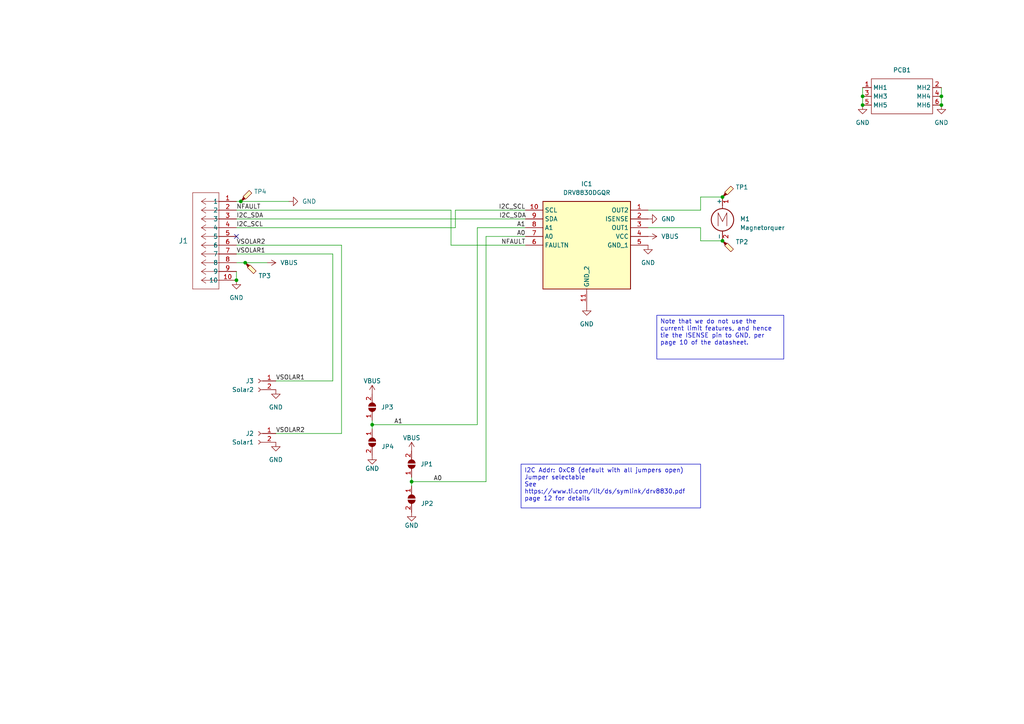
<source format=kicad_sch>
(kicad_sch (version 20230121) (generator eeschema)
  (paper "A4")
  (lib_symbols
    (symbol "Connector:Conn_01x02_Socket" (pin_names (offset 1.016) hide)
      (property "Reference" "J" (at 0 2.54 0))
      (property "Value" "Conn_01x02_Socket" (at 0 -5.08 0))
      (symbol "Conn_01x02_Socket_1_1"
        (arc (start 0 -2.032) (mid -0.5058 -2.54) (end 0 -3.048) (stroke (width 0.1524)))
        (polyline (pts (xy -1.27 -2.54) (xy -0.508 -2.54)) (stroke (width 0.1524)))
        (polyline (pts (xy -1.27 0) (xy -0.508 0)) (stroke (width 0.1524)))
        (arc (start 0 0.508) (mid -0.5058 0) (end 0 -0.508) (stroke (width 0.1524)))
        (pin passive line (at -5.08 0 0) (length 3.81) (name "Pin_1") (number "1"))
        (pin passive line (at -5.08 -2.54 0) (length 3.81) (name "Pin_2") (number "2"))
      )
    )
    (symbol "Connector:TestPoint_Probe" (pin_numbers hide) (pin_names (offset 0.762) hide)
      (property "Reference" "TP" (at 1.651 5.842 0))
      (property "Value" "TestPoint_Probe" (at 1.651 4.064 0))
      (symbol "TestPoint_Probe_0_1"
        (polyline (pts (xy 1.27 0.762) (xy 0 0) (xy 0.762 1.27) (xy 1.27 0.762)) (fill (type outline)))
        (polyline (pts (xy 1.397 0.635) (xy 0.635 1.397) (xy 2.413 3.175) (xy 3.175 2.413) (xy 1.397 0.635)) (fill (type background)))
      )
      (symbol "TestPoint_Probe_1_1"
        (pin passive line (at 0 0 90) (length 0) (name "1") (number "1"))
      )
    )
    (symbol "Jumper:SolderJumper_2_Open" (pin_names (offset 0) hide)
      (property "Reference" "JP" (at 0 2.032 0))
      (property "Value" "SolderJumper_2_Open" (at 0 -2.54 0))
      (symbol "SolderJumper_2_Open_0_1"
        (arc (start -0.254 1.016) (mid -1.2656 0) (end -0.254 -1.016))
        (arc (start -0.254 1.016) (mid -1.2656 0) (end -0.254 -1.016) (fill (type outline)))
        (polyline (pts (xy -0.254 1.016) (xy -0.254 -1.016)))
        (polyline (pts (xy 0.254 1.016) (xy 0.254 -1.016)))
        (arc (start 0.254 -1.016) (mid 1.2656 0) (end 0.254 1.016))
        (arc (start 0.254 -1.016) (mid 1.2656 0) (end 0.254 1.016) (fill (type outline)))
      )
      (symbol "SolderJumper_2_Open_1_1"
        (pin passive line (at -3.81 0 0) (length 2.54) (name "A") (number "1"))
        (pin passive line (at 3.81 0 180) (length 2.54) (name "B") (number "2"))
      )
    )
    (symbol "Motor:Motor_DC" (pin_names (offset 0))
      (property "Reference" "M" (at 2.54 2.54 0))
      (property "Value" "Motor_DC" (at 2.54 -5.08 0))
      (symbol "Motor_DC_0_0"
        (polyline (pts (xy -1.27 -3.302) (xy -1.27 0.508) (xy 0 -2.032) (xy 1.27 0.508) (xy 1.27 -3.302)))
      )
      (symbol "Motor_DC_0_1"
        (circle (center 0 -1.524) (radius 3.2512) (stroke (width 0.254)))
        (polyline (pts (xy 0 -7.62) (xy 0 -7.112)))
        (polyline (pts (xy 0 -4.7752) (xy 0 -5.1816)))
        (polyline (pts (xy 0 1.7272) (xy 0 2.0828)))
        (polyline (pts (xy 0 2.032) (xy 0 2.54)))
      )
      (symbol "Motor_DC_1_1"
        (pin passive line (at 0 5.08 270) (length 2.54) (name "+") (number "1"))
        (pin passive line (at 0 -7.62 90) (length 2.54) (name "-") (number "2"))
      )
    )
    (symbol "TVSC:DRV8830DGQR"
      (property "Reference" "IC" (at 31.75 7.62 0))
      (property "Value" "DRV8830DGQR" (at 31.75 5.08 0))
      (symbol "DRV8830DGQR_1_1"
        (rectangle (start 5.08 2.54) (end 30.48 -22.86) (stroke (width 0.254)) (fill (type background)))
        (pin passive line (at 0 0 0) (length 5.08) (name "OUT2") (number "1"))
        (pin passive line (at 35.56 0 180) (length 5.08) (name "SCL") (number "10"))
        (pin passive line (at 17.78 -27.94 90) (length 5.08) (name "GND_2") (number "11"))
        (pin passive line (at 0 -2.54 0) (length 5.08) (name "ISENSE") (number "2"))
        (pin passive line (at 0 -5.08 0) (length 5.08) (name "OUT1") (number "3"))
        (pin passive line (at 0 -7.62 0) (length 5.08) (name "VCC") (number "4"))
        (pin passive line (at 0 -10.16 0) (length 5.08) (name "GND_1") (number "5"))
        (pin passive line (at 35.56 -10.16 180) (length 5.08) (name "FAULTN") (number "6"))
        (pin passive line (at 35.56 -7.62 180) (length 5.08) (name "A0") (number "7"))
        (pin passive line (at 35.56 -5.08 180) (length 5.08) (name "A1") (number "8"))
        (pin passive line (at 35.56 -2.54 180) (length 5.08) (name "SDA") (number "9"))
      )
    )
    (symbol "TVSC:Interior_Side_Panel_PCB" (in_bom no)
      (property "Reference" "PCB" (at 0 0 0))
      (symbol "Interior_Side_Panel_PCB_0_1"
        (rectangle (start -8.89 5.08) (end 8.89 -5.08))
      )
      (symbol "Interior_Side_Panel_PCB_1_1"
        (pin power_in line (at -11.43 2.54 0) (length 2.54) (name "MH1") (number "1"))
        (pin power_in line (at 11.43 2.54 180) (length 2.54) (name "MH2") (number "2"))
        (pin power_in line (at -11.43 0 0) (length 2.54) (name "MH3") (number "3"))
        (pin power_in line (at 11.43 0 180) (length 2.54) (name "MH4") (number "4"))
        (pin power_in line (at -11.43 -2.54 0) (length 2.54) (name "MH5") (number "5"))
        (pin power_in line (at 11.43 -2.54 180) (length 2.54) (name "MH6") (number "6"))
      )
    )
    (symbol "TVSC:Molex_504050-0891" (pin_names (offset 0.254))
      (property "Reference" "J" (at 8.89 6.35 0))
      (symbol "Molex_504050-0891_1_1"
        (polyline (pts (xy 5.08 -25.4) (xy 12.7 -25.4)) (stroke (width 0.127)))
        (polyline (pts (xy 5.08 2.54) (xy 5.08 -25.4)) (stroke (width 0.127)))
        (polyline (pts (xy 10.16 -22.86) (xy 5.08 -22.86)) (stroke (width 0.127)))
        (polyline (pts (xy 10.16 -22.86) (xy 8.89 -23.7067)) (stroke (width 0.127)))
        (polyline (pts (xy 10.16 -22.86) (xy 8.89 -22.0133)) (stroke (width 0.127)))
        (polyline (pts (xy 10.16 -20.32) (xy 5.08 -20.32)) (stroke (width 0.127)))
        (polyline (pts (xy 10.16 -20.32) (xy 8.89 -21.1667)) (stroke (width 0.127)))
        (polyline (pts (xy 10.16 -20.32) (xy 8.89 -19.4733)) (stroke (width 0.127)))
        (polyline (pts (xy 10.16 -17.78) (xy 5.08 -17.78)) (stroke (width 0.127)))
        (polyline (pts (xy 10.16 -17.78) (xy 8.89 -18.6267)) (stroke (width 0.127)))
        (polyline (pts (xy 10.16 -17.78) (xy 8.89 -16.9333)) (stroke (width 0.127)))
        (polyline (pts (xy 10.16 -15.24) (xy 5.08 -15.24)) (stroke (width 0.127)))
        (polyline (pts (xy 10.16 -15.24) (xy 8.89 -16.0867)) (stroke (width 0.127)))
        (polyline (pts (xy 10.16 -15.24) (xy 8.89 -14.3933)) (stroke (width 0.127)))
        (polyline (pts (xy 10.16 -12.7) (xy 5.08 -12.7)) (stroke (width 0.127)))
        (polyline (pts (xy 10.16 -12.7) (xy 8.89 -13.5467)) (stroke (width 0.127)))
        (polyline (pts (xy 10.16 -12.7) (xy 8.89 -11.8533)) (stroke (width 0.127)))
        (polyline (pts (xy 10.16 -10.16) (xy 5.08 -10.16)) (stroke (width 0.127)))
        (polyline (pts (xy 10.16 -10.16) (xy 8.89 -11.0067)) (stroke (width 0.127)))
        (polyline (pts (xy 10.16 -10.16) (xy 8.89 -9.3133)) (stroke (width 0.127)))
        (polyline (pts (xy 10.16 -7.62) (xy 5.08 -7.62)) (stroke (width 0.127)))
        (polyline (pts (xy 10.16 -7.62) (xy 8.89 -8.4667)) (stroke (width 0.127)))
        (polyline (pts (xy 10.16 -7.62) (xy 8.89 -6.7733)) (stroke (width 0.127)))
        (polyline (pts (xy 10.16 -5.08) (xy 5.08 -5.08)) (stroke (width 0.127)))
        (polyline (pts (xy 10.16 -5.08) (xy 8.89 -5.9267)) (stroke (width 0.127)))
        (polyline (pts (xy 10.16 -5.08) (xy 8.89 -4.2333)) (stroke (width 0.127)))
        (polyline (pts (xy 10.16 -2.54) (xy 5.08 -2.54)) (stroke (width 0.127)))
        (polyline (pts (xy 10.16 -2.54) (xy 8.89 -3.3867)) (stroke (width 0.127)))
        (polyline (pts (xy 10.16 -2.54) (xy 8.89 -1.6933)) (stroke (width 0.127)))
        (polyline (pts (xy 10.16 0) (xy 5.08 0)) (stroke (width 0.127)))
        (polyline (pts (xy 10.16 0) (xy 8.89 -0.8467)) (stroke (width 0.127)))
        (polyline (pts (xy 10.16 0) (xy 8.89 0.8467)) (stroke (width 0.127)))
        (polyline (pts (xy 12.7 -25.4) (xy 12.7 2.54)) (stroke (width 0.127)))
        (polyline (pts (xy 12.7 2.54) (xy 5.08 2.54)) (stroke (width 0.127)))
        (pin unspecified line (at 0 0 0) (length 5.08) (name "1") (number "1"))
        (pin unspecified line (at 0 -22.86 0) (length 5.08) (name "10") (number "10"))
        (pin unspecified line (at 0 -2.54 0) (length 5.08) (name "2") (number "2"))
        (pin unspecified line (at 0 -5.08 0) (length 5.08) (name "3") (number "3"))
        (pin unspecified line (at 0 -7.62 0) (length 5.08) (name "4") (number "4"))
        (pin unspecified line (at 0 -10.16 0) (length 5.08) (name "5") (number "5"))
        (pin unspecified line (at 0 -12.7 0) (length 5.08) (name "6") (number "6"))
        (pin unspecified line (at 0 -15.24 0) (length 5.08) (name "7") (number "7"))
        (pin unspecified line (at 0 -17.78 0) (length 5.08) (name "8") (number "8"))
        (pin unspecified line (at 0 -20.32 0) (length 5.08) (name "9") (number "9"))
      )
      (symbol "Molex_504050-0891_1_2"
        (polyline (pts (xy 5.08 -25.4) (xy 12.7 -25.4)) (stroke (width 0.127)))
        (polyline (pts (xy 5.08 2.54) (xy 5.08 -25.4)) (stroke (width 0.127)))
        (polyline (pts (xy 7.62 -22.86) (xy 5.08 -22.86)) (stroke (width 0.127)))
        (polyline (pts (xy 7.62 -22.86) (xy 8.89 -23.7067)) (stroke (width 0.127)))
        (polyline (pts (xy 7.62 -22.86) (xy 8.89 -22.0133)) (stroke (width 0.127)))
        (polyline (pts (xy 7.62 -20.32) (xy 5.08 -20.32)) (stroke (width 0.127)))
        (polyline (pts (xy 7.62 -20.32) (xy 8.89 -21.1667)) (stroke (width 0.127)))
        (polyline (pts (xy 7.62 -20.32) (xy 8.89 -19.4733)) (stroke (width 0.127)))
        (polyline (pts (xy 7.62 -17.78) (xy 5.08 -17.78)) (stroke (width 0.127)))
        (polyline (pts (xy 7.62 -17.78) (xy 8.89 -18.6267)) (stroke (width 0.127)))
        (polyline (pts (xy 7.62 -17.78) (xy 8.89 -16.9333)) (stroke (width 0.127)))
        (polyline (pts (xy 7.62 -15.24) (xy 5.08 -15.24)) (stroke (width 0.127)))
        (polyline (pts (xy 7.62 -15.24) (xy 8.89 -16.0867)) (stroke (width 0.127)))
        (polyline (pts (xy 7.62 -15.24) (xy 8.89 -14.3933)) (stroke (width 0.127)))
        (polyline (pts (xy 7.62 -12.7) (xy 5.08 -12.7)) (stroke (width 0.127)))
        (polyline (pts (xy 7.62 -12.7) (xy 8.89 -13.5467)) (stroke (width 0.127)))
        (polyline (pts (xy 7.62 -12.7) (xy 8.89 -11.8533)) (stroke (width 0.127)))
        (polyline (pts (xy 7.62 -10.16) (xy 5.08 -10.16)) (stroke (width 0.127)))
        (polyline (pts (xy 7.62 -10.16) (xy 8.89 -11.0067)) (stroke (width 0.127)))
        (polyline (pts (xy 7.62 -10.16) (xy 8.89 -9.3133)) (stroke (width 0.127)))
        (polyline (pts (xy 7.62 -7.62) (xy 5.08 -7.62)) (stroke (width 0.127)))
        (polyline (pts (xy 7.62 -7.62) (xy 8.89 -8.4667)) (stroke (width 0.127)))
        (polyline (pts (xy 7.62 -7.62) (xy 8.89 -6.7733)) (stroke (width 0.127)))
        (polyline (pts (xy 7.62 -5.08) (xy 5.08 -5.08)) (stroke (width 0.127)))
        (polyline (pts (xy 7.62 -5.08) (xy 8.89 -5.9267)) (stroke (width 0.127)))
        (polyline (pts (xy 7.62 -5.08) (xy 8.89 -4.2333)) (stroke (width 0.127)))
        (polyline (pts (xy 7.62 -2.54) (xy 5.08 -2.54)) (stroke (width 0.127)))
        (polyline (pts (xy 7.62 -2.54) (xy 8.89 -3.3867)) (stroke (width 0.127)))
        (polyline (pts (xy 7.62 -2.54) (xy 8.89 -1.6933)) (stroke (width 0.127)))
        (polyline (pts (xy 7.62 0) (xy 5.08 0)) (stroke (width 0.127)))
        (polyline (pts (xy 7.62 0) (xy 8.89 -0.8467)) (stroke (width 0.127)))
        (polyline (pts (xy 7.62 0) (xy 8.89 0.8467)) (stroke (width 0.127)))
        (polyline (pts (xy 12.7 -25.4) (xy 12.7 2.54)) (stroke (width 0.127)))
        (polyline (pts (xy 12.7 2.54) (xy 5.08 2.54)) (stroke (width 0.127)))
        (pin unspecified line (at 0 0 0) (length 5.08) (name "1") (number "1"))
        (pin unspecified line (at 0 -22.86 0) (length 5.08) (name "10") (number "10"))
        (pin unspecified line (at 0 -2.54 0) (length 5.08) (name "2") (number "2"))
        (pin unspecified line (at 0 -5.08 0) (length 5.08) (name "3") (number "3"))
        (pin unspecified line (at 0 -7.62 0) (length 5.08) (name "4") (number "4"))
        (pin unspecified line (at 0 -10.16 0) (length 5.08) (name "5") (number "5"))
        (pin unspecified line (at 0 -12.7 0) (length 5.08) (name "6") (number "6"))
        (pin unspecified line (at 0 -15.24 0) (length 5.08) (name "7") (number "7"))
        (pin unspecified line (at 0 -17.78 0) (length 5.08) (name "8") (number "8"))
        (pin unspecified line (at 0 -20.32 0) (length 5.08) (name "9") (number "9"))
      )
    )
    (symbol "power:GND" (power) (pin_names (offset 0))
      (property "Value" "GND" (at 0 -3.81 0))
      (symbol "GND_0_1"
        (polyline (pts (xy 0 0) (xy 0 -1.27) (xy 1.27 -1.27) (xy 0 -2.54) (xy -1.27 -1.27) (xy 0 -1.27)))
      )
      (symbol "GND_1_1"
        (pin power_in line (at 0 0 270) (length 0) hide (name "GND") (number "1"))
      )
    )
    (symbol "power:VBUS" (power) (pin_names (offset 0))
      (property "Value" "VBUS" (at 0 3.81 0))
      (symbol "VBUS_0_1"
        (polyline (pts (xy -0.762 1.27) (xy 0 2.54)))
        (polyline (pts (xy 0 0) (xy 0 2.54)))
        (polyline (pts (xy 0 2.54) (xy 0.762 1.27)))
      )
      (symbol "VBUS_1_1"
        (pin power_in line (at 0 0 90) (length 0) hide (name "VBUS") (number "1"))
      )
    )
  )
  (junction (at 209.55 57.15))
  (junction (at 107.95 123.19))
  (junction (at 273.05 27.94))
  (junction (at 209.55 69.85))
  (junction (at 69.85 58.42))
  (junction (at 250.19 30.48))
  (junction (at 71.12 76.2))
  (junction (at 273.05 30.48))
  (junction (at 250.19 27.94))
  (junction (at 68.58 81.28))
  (junction (at 119.38 139.7))
  (no_connect (at 68.58 68.58))
  (wire (pts (xy 119.38 139.7) (xy 140.97 139.7)))
  (wire (pts (xy 83.82 58.42) (xy 69.85 58.42)))
  (wire (pts (xy 132.08 60.96) (xy 152.4 60.96)))
  (wire (pts (xy 273.05 25.4) (xy 273.05 27.94)))
  (wire (pts (xy 140.97 68.58) (xy 152.4 68.58)))
  (wire (pts (xy 187.96 66.04) (xy 203.2 66.04)))
  (wire (pts (xy 130.81 60.96) (xy 68.58 60.96)))
  (wire (pts (xy 138.43 123.19) (xy 138.43 66.04)))
  (wire (pts (xy 203.2 66.04) (xy 203.2 69.85)))
  (wire (pts (xy 99.06 71.12) (xy 99.06 125.73)))
  (wire (pts (xy 107.95 123.19) (xy 107.95 124.46)))
  (wire (pts (xy 96.52 73.66) (xy 68.58 73.66)))
  (wire (pts (xy 132.08 66.04) (xy 132.08 60.96)))
  (wire (pts (xy 68.58 66.04) (xy 132.08 66.04)))
  (wire (pts (xy 138.43 66.04) (xy 152.4 66.04)))
  (wire (pts (xy 203.2 69.85) (xy 209.55 69.85)))
  (wire (pts (xy 203.2 60.96) (xy 203.2 57.15)))
  (wire (pts (xy 68.58 78.74) (xy 68.58 81.28)))
  (wire (pts (xy 119.38 139.7) (xy 119.38 140.97)))
  (wire (pts (xy 99.06 125.73) (xy 80.01 125.73)))
  (wire (pts (xy 107.95 121.92) (xy 107.95 123.19)))
  (wire (pts (xy 130.81 60.96) (xy 130.81 71.12)))
  (wire (pts (xy 130.81 71.12) (xy 152.4 71.12)))
  (wire (pts (xy 140.97 139.7) (xy 140.97 68.58)))
  (wire (pts (xy 250.19 25.4) (xy 250.19 27.94)))
  (wire (pts (xy 69.85 58.42) (xy 68.58 58.42)))
  (wire (pts (xy 187.96 60.96) (xy 203.2 60.96)))
  (wire (pts (xy 80.01 110.49) (xy 96.52 110.49)))
  (wire (pts (xy 77.47 76.2) (xy 71.12 76.2)))
  (wire (pts (xy 68.58 71.12) (xy 99.06 71.12)))
  (wire (pts (xy 250.19 27.94) (xy 250.19 30.48)))
  (wire (pts (xy 107.95 123.19) (xy 138.43 123.19)))
  (wire (pts (xy 273.05 27.94) (xy 273.05 30.48)))
  (wire (pts (xy 68.58 63.5) (xy 152.4 63.5)))
  (wire (pts (xy 203.2 57.15) (xy 209.55 57.15)))
  (wire (pts (xy 119.38 138.43) (xy 119.38 139.7)))
  (wire (pts (xy 96.52 110.49) (xy 96.52 73.66)))
  (wire (pts (xy 71.12 76.2) (xy 68.58 76.2)))
  (text_box "Note that we do not use the current limit features, and hence tie the ISENSE pin to GND, per page 10 of the datasheet." (at 190.5 91.44 0) (size 36.83 12.7) (effects (font (size 1.27 1.27)) (justify left top)))
  (text_box "I2C Addr: 0xC8 (default with all jumpers open)\nJumper selectable\nSee https://www.ti.com/lit/ds/symlink/drv8830.pdf page 12 for details" (at 151.13 134.62 0) (size 52.07 12.7) (effects (font (size 1.27 1.27)) (justify left top)))
  (label "VSOLAR2" (at 80.01 125.73 0))
  (label "A0" (at 152.4 68.58 180))
  (label "I2C_SDA" (at 144.78 63.5 0))
  (label "I2C_SDA" (at 68.58 63.5 0))
  (label "VSOLAR1" (at 68.58 73.66 0))
  (label "NFAULT" (at 152.4 71.12 180))
  (label "A1" (at 152.4 66.04 180))
  (label "VSOLAR2" (at 68.58 71.12 0))
  (label "NFAULT" (at 68.58 60.96 0))
  (label "I2C_SCL" (at 152.4 60.96 180))
  (label "I2C_SCL" (at 68.58 66.04 0))
  (label "VSOLAR1" (at 80.01 110.49 0))
  (label "A1" (at 114.3 123.19 0))
  (label "A0" (at 125.73 139.7 0))
  (symbol (lib_id "Connector:TestPoint_Probe") (at 71.12 76.2 270) (unit 1)
    (property "Reference" "TP3" (at 74.93 80.01 90) (effects (justify left)))
    (property "Value" "TestPoint_Probe" (effects hide))
    (property "Footprint" "TestPoint:TestPoint_Pad_D1.5mm" (effects hide))
    (property "MPN" "NA" (effects hide))
  )
  (symbol (lib_id "power:GND") (at 250.19 30.48 0) (unit 1)
    (property "Reference" "#PWR012" (effects hide))
    (property "Value" "GND" (at 250.19 35.56 0))
  )
  (symbol (lib_id "power:GND") (at 68.58 81.28 0) (unit 1)
    (property "Reference" "#PWR010" (effects hide))
    (property "Value" "GND" (at 68.58 86.36 0))
  )
  (symbol (lib_id "power:VBUS") (at 77.47 76.2 270) (unit 1)
    (property "Reference" "#PWR09" (effects hide))
    (property "Value" "VBUS" (at 81.28 76.2 90) (effects (justify left)))
  )
  (symbol (lib_id "Connector:Conn_01x02_Socket") (at 74.93 125.73 0) (mirror y) (unit 1)
    (property "Reference" "J2" (at 73.66 125.73 0) (effects (justify left)))
    (property "Value" "Solar1" (at 73.66 128.27 0) (effects (justify left)))
    (property "Footprint" "MountingHole:MountingHole_2.2mm_M2_ISO14580_Pad" (effects hide))
  )
  (symbol (lib_id "power:GND") (at 273.05 30.48 0) (unit 1)
    (property "Reference" "#PWR013" (effects hide))
    (property "Value" "GND" (at 273.05 35.56 0))
  )
  (symbol (lib_id "TVSC:DRV8830DGQR") (at 187.96 60.96 0) (mirror y) (unit 1)
    (property "Reference" "IC1" (at 170.18 53.34 0))
    (property "Value" "DRV8830DGQR" (at 170.18 55.88 0))
    (property "Footprint" "footprints:SOP50P490X110-11N" (effects hide))
    (property "Datasheet" "http://www.ti.com/lit/ds/symlink/drv8830.pdf" (effects hide))
    (property "Height" "1.1" (effects hide))
    (property "MPN" "C127591" (effects hide))
    (property "Manufacturer" "Texas Instruments" (effects hide))
    (property "Manufacturer Part Number" "DRV8830DGQR" (effects hide))
  )
  (symbol (lib_id "power:VBUS") (at 107.95 114.3 0) (unit 1)
    (property "Reference" "#PWR05" (effects hide))
    (property "Value" "VBUS" (at 107.95 110.49 0))
  )
  (symbol (lib_id "Connector:Conn_01x02_Socket") (at 74.93 110.49 0) (mirror y) (unit 1)
    (property "Reference" "J3" (at 73.66 110.49 0) (effects (justify left)))
    (property "Value" "Solar2" (at 73.66 113.03 0) (effects (justify left)))
    (property "Footprint" "MountingHole:MountingHole_2.2mm_M2_ISO14580_Pad" (effects hide))
  )
  (symbol (lib_id "Motor:Motor_DC") (at 209.55 62.23 0) (unit 1)
    (property "Reference" "M1" (at 214.63 63.5 0) (effects (justify left)))
    (property "Value" "Magnetorquer" (at 214.63 66.04 0) (effects (justify left)))
    (property "Footprint" "footprints:Magnetorquer" (effects hide))
    (property "MPN" "NA" (effects hide))
  )
  (symbol (lib_id "Jumper:SolderJumper_2_Open") (at 119.38 134.62 270) (mirror x) (unit 1)
    (property "Reference" "JP1" (at 121.92 134.62 90) (effects (justify left)))
    (property "Value" "SolderJumper_2_Open" (effects hide))
    (property "Footprint" "Jumper:SolderJumper-2_P1.3mm_Open_RoundedPad1.0x1.5mm" (effects hide))
    (property "MPN" "NA" (effects hide))
  )
  (symbol (lib_id "power:VBUS") (at 187.96 68.58 270) (unit 1)
    (property "Reference" "#PWR02" (effects hide))
    (property "Value" "VBUS" (at 191.77 68.58 90) (effects (justify left)))
  )
  (symbol (lib_id "TVSC:Interior_Side_Panel_PCB") (at 261.62 27.94 0) (unit 1) (in_bom no)
    (property "Reference" "PCB1" (at 261.62 20.32 0))
    (property "Footprint" "footprints:Interior_Side_Panel_PCB_Shape" (effects hide))
  )
  (symbol (lib_id "Jumper:SolderJumper_2_Open") (at 107.95 118.11 270) (mirror x) (unit 1)
    (property "Reference" "JP3" (at 110.49 118.11 90) (effects (justify left)))
    (property "Value" "SolderJumper_2_Open" (effects hide))
    (property "Footprint" "Jumper:SolderJumper-2_P1.3mm_Open_RoundedPad1.0x1.5mm" (effects hide))
    (property "MPN" "NA" (effects hide))
  )
  (symbol (lib_id "power:GND") (at 80.01 113.03 0) (unit 1)
    (property "Reference" "#PWR015" (effects hide))
    (property "Value" "GND" (at 80.01 118.11 0))
  )
  (symbol (lib_id "TVSC:Molex_504050-0891") (at 68.58 58.42 0) (mirror y) (unit 1)
    (property "Reference" "J1" (at 54.61 69.85 0) (effects (font (size 1.524 1.524)) (justify left)))
    (property "Value" "Molex_504050-0891" (effects hide))
    (property "Footprint" "footprints:Molex_504050-0891" (effects hide))
    (property "Datasheet" "https://www.molex.com/en-us/products/part-detail/5040500891" (effects hide))
    (property "MPN" "C587992" (effects hide))
    (property "Manufacturer" "Molex" (effects hide))
    (property "Manufacturer Part Number" "504050-0891" (effects hide))
  )
  (symbol (lib_id "power:GND") (at 119.38 148.59 0) (unit 1)
    (property "Reference" "#PWR08" (effects hide))
    (property "Value" "GND" (at 119.38 152.4 0))
  )
  (symbol (lib_id "power:GND") (at 187.96 63.5 90) (unit 1)
    (property "Reference" "#PWR04" (effects hide))
    (property "Value" "GND" (at 191.77 63.5 90) (effects (justify right)))
  )
  (symbol (lib_id "power:GND") (at 170.18 88.9 0) (unit 1)
    (property "Reference" "#PWR03" (effects hide))
    (property "Value" "GND" (at 170.18 93.98 0))
  )
  (symbol (lib_id "Connector:TestPoint_Probe") (at 209.55 69.85 270) (unit 1)
    (property "Reference" "TP2" (at 213.36 70.1675 90) (effects (justify left)))
    (property "Value" "TestPoint_Probe" (effects hide))
    (property "Footprint" "TestPoint:TestPoint_Pad_D1.5mm" (effects hide))
    (property "MPN" "NA" (effects hide))
  )
  (symbol (lib_id "Connector:TestPoint_Probe") (at 209.55 57.15 0) (unit 1)
    (property "Reference" "TP1" (at 213.36 54.2925 0) (effects (justify left)))
    (property "Value" "TestPoint_Probe" (effects hide))
    (property "Footprint" "TestPoint:TestPoint_Pad_D1.5mm" (effects hide))
    (property "MPN" "NA" (effects hide))
  )
  (symbol (lib_id "power:VBUS") (at 119.38 130.81 0) (unit 1)
    (property "Reference" "#PWR07" (effects hide))
    (property "Value" "VBUS" (at 119.38 127 0))
  )
  (symbol (lib_id "Jumper:SolderJumper_2_Open") (at 119.38 144.78 90) (mirror x) (unit 1)
    (property "Reference" "JP2" (at 125.73 146.05 90) (effects (justify left)))
    (property "Value" "SolderJumper_2_Open" (effects hide))
    (property "Footprint" "Jumper:SolderJumper-2_P1.3mm_Open_RoundedPad1.0x1.5mm" (effects hide))
    (property "MPN" "NA" (effects hide))
  )
  (symbol (lib_id "power:GND") (at 107.95 132.08 0) (unit 1)
    (property "Reference" "#PWR06" (effects hide))
    (property "Value" "GND" (at 107.95 135.89 0))
  )
  (symbol (lib_id "power:GND") (at 80.01 128.27 0) (unit 1)
    (property "Reference" "#PWR014" (effects hide))
    (property "Value" "GND" (at 80.01 133.35 0))
  )
  (symbol (lib_id "Jumper:SolderJumper_2_Open") (at 107.95 128.27 90) (mirror x) (unit 1)
    (property "Reference" "JP4" (at 114.3 129.54 90) (effects (justify left)))
    (property "Value" "SolderJumper_2_Open" (effects hide))
    (property "Footprint" "Jumper:SolderJumper-2_P1.3mm_Open_RoundedPad1.0x1.5mm" (effects hide))
    (property "MPN" "NA" (effects hide))
  )
  (symbol (lib_id "power:GND") (at 83.82 58.42 90) (unit 1)
    (property "Reference" "#PWR011" (effects hide))
    (property "Value" "GND" (at 87.63 58.42 90) (effects (justify right)))
  )
  (symbol (lib_id "Connector:TestPoint_Probe") (at 69.85 58.42 0) (unit 1)
    (property "Reference" "TP4" (at 73.66 55.5625 0) (effects (justify left)))
    (property "Value" "TestPoint_Probe" (effects hide))
    (property "Footprint" "TestPoint:TestPoint_Pad_D1.5mm" (effects hide))
    (property "MPN" "NA" (effects hide))
  )
  (symbol (lib_id "power:GND") (at 187.96 71.12 0) (unit 1)
    (property "Reference" "#PWR01" (effects hide))
    (property "Value" "GND" (at 187.96 76.2 0))
  )
)
</source>
